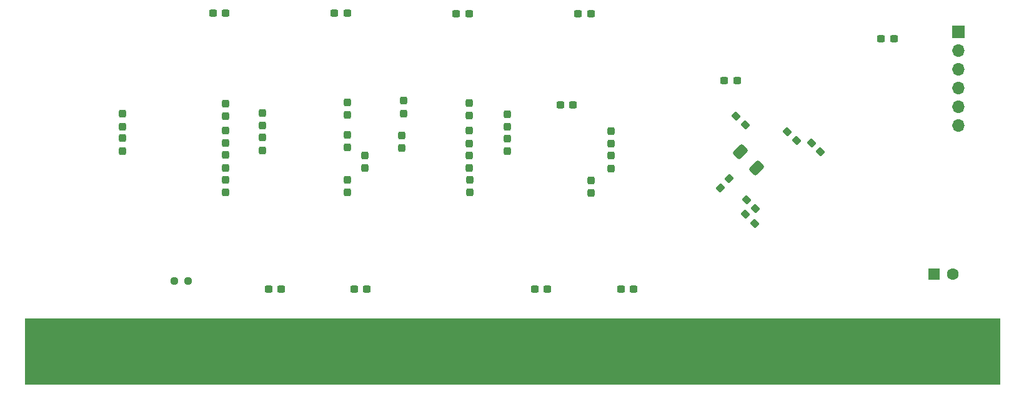
<source format=gbr>
%TF.GenerationSoftware,KiCad,Pcbnew,(6.0.6)*%
%TF.CreationDate,2022-07-10T09:52:37+02:00*%
%TF.ProjectId,GottaGoFaSDZ3,476f7474-6147-46f4-9661-53445a332e6b,rev?*%
%TF.SameCoordinates,Original*%
%TF.FileFunction,Soldermask,Bot*%
%TF.FilePolarity,Negative*%
%FSLAX46Y46*%
G04 Gerber Fmt 4.6, Leading zero omitted, Abs format (unit mm)*
G04 Created by KiCad (PCBNEW (6.0.6)) date 2022-07-10 09:52:37*
%MOMM*%
%LPD*%
G01*
G04 APERTURE LIST*
G04 Aperture macros list*
%AMRoundRect*
0 Rectangle with rounded corners*
0 $1 Rounding radius*
0 $2 $3 $4 $5 $6 $7 $8 $9 X,Y pos of 4 corners*
0 Add a 4 corners polygon primitive as box body*
4,1,4,$2,$3,$4,$5,$6,$7,$8,$9,$2,$3,0*
0 Add four circle primitives for the rounded corners*
1,1,$1+$1,$2,$3*
1,1,$1+$1,$4,$5*
1,1,$1+$1,$6,$7*
1,1,$1+$1,$8,$9*
0 Add four rect primitives between the rounded corners*
20,1,$1+$1,$2,$3,$4,$5,0*
20,1,$1+$1,$4,$5,$6,$7,0*
20,1,$1+$1,$6,$7,$8,$9,0*
20,1,$1+$1,$8,$9,$2,$3,0*%
G04 Aperture macros list end*
%ADD10C,0.100000*%
%ADD11R,1.700000X1.700000*%
%ADD12O,1.700000X1.700000*%
%ADD13R,1.524000X6.754000*%
%ADD14R,1.600000X1.600000*%
%ADD15C,1.600000*%
%ADD16RoundRect,0.250000X0.751301X0.167938X0.167938X0.751301X-0.751301X-0.167938X-0.167938X-0.751301X0*%
%ADD17RoundRect,0.237500X-0.237500X0.300000X-0.237500X-0.300000X0.237500X-0.300000X0.237500X0.300000X0*%
%ADD18RoundRect,0.237500X0.237500X-0.300000X0.237500X0.300000X-0.237500X0.300000X-0.237500X-0.300000X0*%
%ADD19RoundRect,0.237500X-0.380070X0.044194X0.044194X-0.380070X0.380070X-0.044194X-0.044194X0.380070X0*%
%ADD20RoundRect,0.237500X0.300000X0.237500X-0.300000X0.237500X-0.300000X-0.237500X0.300000X-0.237500X0*%
%ADD21RoundRect,0.237500X-0.300000X-0.237500X0.300000X-0.237500X0.300000X0.237500X-0.300000X0.237500X0*%
%ADD22RoundRect,0.237500X0.250000X0.237500X-0.250000X0.237500X-0.250000X-0.237500X0.250000X-0.237500X0*%
%ADD23RoundRect,0.237500X0.380070X-0.044194X-0.044194X0.380070X-0.380070X0.044194X0.044194X-0.380070X0*%
%ADD24RoundRect,0.237500X-0.044194X-0.380070X0.380070X0.044194X0.044194X0.380070X-0.380070X-0.044194X0*%
G04 APERTURE END LIST*
%TO.C,CN1*%
G36*
X218731933Y-120061782D02*
G01*
X86651933Y-120061782D01*
X86651933Y-111171782D01*
X218731933Y-111171782D01*
X218731933Y-120061782D01*
G37*
D10*
X218731933Y-120061782D02*
X86651933Y-120061782D01*
X86651933Y-111171782D01*
X218731933Y-111171782D01*
X218731933Y-120061782D01*
%TD*%
D11*
%TO.C,J1*%
X213158741Y-72261674D03*
D12*
X213158741Y-74801674D03*
X213158741Y-77341674D03*
X213158741Y-79881674D03*
X213158741Y-82421674D03*
X213158741Y-84961674D03*
%TD*%
D13*
%TO.C,CN1*%
X214921933Y-114608782D03*
X212381933Y-114608782D03*
X209841933Y-114608782D03*
X207301933Y-114608782D03*
X204761933Y-114608782D03*
X202221933Y-114608782D03*
X199681933Y-114608782D03*
X197141933Y-114608782D03*
X194601933Y-114608782D03*
X192061933Y-114608782D03*
X189521933Y-114608782D03*
X186981933Y-114608782D03*
X184441933Y-114608782D03*
X181901933Y-114608782D03*
X179361933Y-114608782D03*
X176821933Y-114608782D03*
X174281933Y-114608782D03*
X171741933Y-114608782D03*
X169201933Y-114608782D03*
X166661933Y-114608782D03*
X164121933Y-114608782D03*
X161581933Y-114608782D03*
X159041933Y-114608782D03*
X156501933Y-114608782D03*
X153961933Y-114608782D03*
X151421933Y-114608782D03*
X148881933Y-114608782D03*
X146341933Y-114608782D03*
X143801933Y-114608782D03*
X141261933Y-114608782D03*
X138721933Y-114608782D03*
X136181933Y-114608782D03*
X133641933Y-114608782D03*
X131101933Y-114608782D03*
X128561933Y-114608782D03*
X126021933Y-114608782D03*
X123481933Y-114608782D03*
X120941933Y-114608782D03*
X118401933Y-114608782D03*
X115861933Y-114608782D03*
X113321933Y-114608782D03*
X110781933Y-114608782D03*
X108241933Y-114608782D03*
X105701933Y-114608782D03*
X103161933Y-114608782D03*
X100621933Y-114608782D03*
X98081933Y-114608782D03*
X95541933Y-114608782D03*
X93001933Y-114608782D03*
X90461933Y-114608782D03*
%TD*%
D14*
%TO.C,C1*%
X209881927Y-105160276D03*
D15*
X212381927Y-105160276D03*
%TD*%
D16*
%TO.C,C16*%
X185818720Y-90721496D03*
X183609012Y-88511788D03*
%TD*%
D17*
%TO.C,C17*%
X163386712Y-92404577D03*
X163386712Y-94129577D03*
%TD*%
D18*
%TO.C,C32*%
X132773069Y-90772390D03*
X132773069Y-89047390D03*
%TD*%
%TO.C,C25*%
X146920869Y-90733990D03*
X146920869Y-89008990D03*
%TD*%
%TO.C,C22*%
X152007069Y-88486990D03*
X152007069Y-86761990D03*
%TD*%
D19*
%TO.C,C12*%
X183061466Y-83699282D03*
X184281226Y-84919042D03*
%TD*%
D17*
%TO.C,C27*%
X146895469Y-81922390D03*
X146895469Y-83647390D03*
%TD*%
D19*
%TO.C,C10*%
X184331466Y-97034282D03*
X185551226Y-98254042D03*
%TD*%
D20*
%TO.C,C13*%
X183168481Y-78902116D03*
X181443481Y-78902116D03*
%TD*%
D17*
%TO.C,C33*%
X130360069Y-86215590D03*
X130360069Y-87940590D03*
%TD*%
%TO.C,C23*%
X152007069Y-83459990D03*
X152007069Y-85184990D03*
%TD*%
D21*
%TO.C,C8*%
X202716120Y-73177636D03*
X204441120Y-73177636D03*
%TD*%
D17*
%TO.C,C31*%
X130391669Y-92349990D03*
X130391669Y-94074990D03*
%TD*%
D22*
%TO.C,R2*%
X108783920Y-106045236D03*
X106958920Y-106045236D03*
%TD*%
D21*
%TO.C,C6*%
X155753900Y-107137200D03*
X157478900Y-107137200D03*
%TD*%
D17*
%TO.C,C26*%
X146920869Y-85681590D03*
X146920869Y-87406590D03*
%TD*%
D20*
%TO.C,C35*%
X130333569Y-69717690D03*
X128608569Y-69717690D03*
%TD*%
%TO.C,C28*%
X146843569Y-69782490D03*
X145118569Y-69782490D03*
%TD*%
D17*
%TO.C,C34*%
X130360069Y-81821390D03*
X130360069Y-83546390D03*
%TD*%
D18*
%TO.C,C29*%
X137699569Y-88043990D03*
X137699569Y-86318990D03*
%TD*%
D23*
%TO.C,C14*%
X194476592Y-88542957D03*
X193256832Y-87323197D03*
%TD*%
D17*
%TO.C,C38*%
X113881668Y-92349989D03*
X113881668Y-94074989D03*
%TD*%
D18*
%TO.C,C36*%
X118853869Y-88334790D03*
X118853869Y-86609790D03*
%TD*%
D21*
%TO.C,C4*%
X119711300Y-107137200D03*
X121436300Y-107137200D03*
%TD*%
D18*
%TO.C,C18*%
X166073569Y-90784790D03*
X166073569Y-89059790D03*
%TD*%
D17*
%TO.C,C44*%
X99911669Y-83383190D03*
X99911669Y-85108190D03*
%TD*%
D19*
%TO.C,C15*%
X190005189Y-85820210D03*
X191224949Y-87039970D03*
%TD*%
D21*
%TO.C,C5*%
X131293700Y-107137200D03*
X133018700Y-107137200D03*
%TD*%
D20*
%TO.C,C19*%
X160940569Y-82214490D03*
X159215569Y-82214490D03*
%TD*%
%TO.C,C20*%
X163353569Y-69782490D03*
X161628569Y-69782490D03*
%TD*%
D18*
%TO.C,C39*%
X113875469Y-90722390D03*
X113875469Y-88997390D03*
%TD*%
D17*
%TO.C,C41*%
X113875469Y-81999190D03*
X113875469Y-83724190D03*
%TD*%
D24*
%TO.C,C11*%
X180902466Y-93428042D03*
X182122226Y-92208282D03*
%TD*%
D17*
%TO.C,C24*%
X146927069Y-92349990D03*
X146927069Y-94074990D03*
%TD*%
%TO.C,C21*%
X166072469Y-85732390D03*
X166072469Y-87457390D03*
%TD*%
%TO.C,C40*%
X113875469Y-85644590D03*
X113875469Y-87369590D03*
%TD*%
D21*
%TO.C,C7*%
X167463300Y-107137200D03*
X169188300Y-107137200D03*
%TD*%
D23*
%TO.C,C9*%
X185678325Y-96237955D03*
X184458565Y-95018195D03*
%TD*%
D17*
%TO.C,C37*%
X118850029Y-83270784D03*
X118850029Y-84995784D03*
%TD*%
D18*
%TO.C,C30*%
X137953569Y-83344990D03*
X137953569Y-81619990D03*
%TD*%
%TO.C,C43*%
X99911669Y-88435590D03*
X99911669Y-86710590D03*
%TD*%
D20*
%TO.C,C42*%
X113874369Y-69717690D03*
X112149369Y-69717690D03*
%TD*%
M02*

</source>
